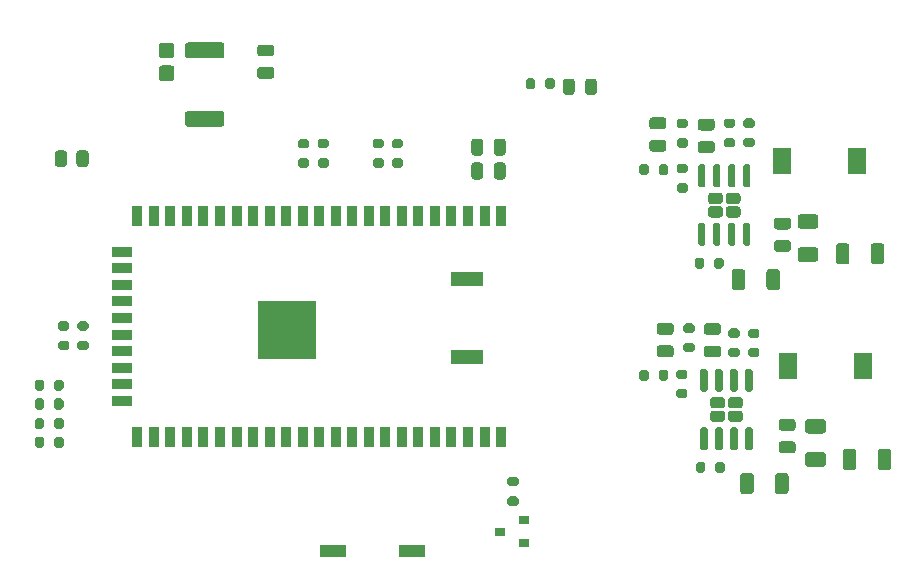
<source format=gbr>
%TF.GenerationSoftware,KiCad,Pcbnew,(5.1.7)-1*%
%TF.CreationDate,2020-11-11T14:22:04+03:00*%
%TF.ProjectId,MT7628_USB_MODEM,4d543736-3238-45f5-9553-425f4d4f4445,rev?*%
%TF.SameCoordinates,Original*%
%TF.FileFunction,Paste,Top*%
%TF.FilePolarity,Positive*%
%FSLAX46Y46*%
G04 Gerber Fmt 4.6, Leading zero omitted, Abs format (unit mm)*
G04 Created by KiCad (PCBNEW (5.1.7)-1) date 2020-11-11 14:22:04*
%MOMM*%
%LPD*%
G01*
G04 APERTURE LIST*
%ADD10R,0.900000X0.800000*%
%ADD11R,0.900000X1.800000*%
%ADD12R,1.800000X0.900000*%
%ADD13R,2.700000X1.200000*%
%ADD14R,5.000000X5.000000*%
%ADD15R,1.500000X2.200000*%
%ADD16R,2.160000X1.120000*%
G04 APERTURE END LIST*
%TO.C,D1*%
G36*
G01*
X146522820Y-68908760D02*
X147292820Y-68908760D01*
G75*
G02*
X147532820Y-69148760I0J-240000D01*
G01*
X147532820Y-69628760D01*
G75*
G02*
X147292820Y-69868760I-240000J0D01*
G01*
X146522820Y-69868760D01*
G75*
G02*
X146282820Y-69628760I0J240000D01*
G01*
X146282820Y-69148760D01*
G75*
G02*
X146522820Y-68908760I240000J0D01*
G01*
G37*
G36*
G01*
X148022820Y-68908760D02*
X148792820Y-68908760D01*
G75*
G02*
X149032820Y-69148760I0J-240000D01*
G01*
X149032820Y-69628760D01*
G75*
G02*
X148792820Y-69868760I-240000J0D01*
G01*
X148022820Y-69868760D01*
G75*
G02*
X147782820Y-69628760I0J240000D01*
G01*
X147782820Y-69148760D01*
G75*
G02*
X148022820Y-68908760I240000J0D01*
G01*
G37*
G36*
G01*
X146522820Y-67768760D02*
X147292820Y-67768760D01*
G75*
G02*
X147532820Y-68008760I0J-240000D01*
G01*
X147532820Y-68488760D01*
G75*
G02*
X147292820Y-68728760I-240000J0D01*
G01*
X146522820Y-68728760D01*
G75*
G02*
X146282820Y-68488760I0J240000D01*
G01*
X146282820Y-68008760D01*
G75*
G02*
X146522820Y-67768760I240000J0D01*
G01*
G37*
G36*
G01*
X148022820Y-67768760D02*
X148792820Y-67768760D01*
G75*
G02*
X149032820Y-68008760I0J-240000D01*
G01*
X149032820Y-68488760D01*
G75*
G02*
X148792820Y-68728760I-240000J0D01*
G01*
X148022820Y-68728760D01*
G75*
G02*
X147782820Y-68488760I0J240000D01*
G01*
X147782820Y-68008760D01*
G75*
G02*
X148022820Y-67768760I240000J0D01*
G01*
G37*
G36*
G01*
X149412820Y-70318760D02*
X149712820Y-70318760D01*
G75*
G02*
X149862820Y-70468760I0J-150000D01*
G01*
X149862820Y-72118760D01*
G75*
G02*
X149712820Y-72268760I-150000J0D01*
G01*
X149412820Y-72268760D01*
G75*
G02*
X149262820Y-72118760I0J150000D01*
G01*
X149262820Y-70468760D01*
G75*
G02*
X149412820Y-70318760I150000J0D01*
G01*
G37*
G36*
G01*
X148142820Y-70318760D02*
X148442820Y-70318760D01*
G75*
G02*
X148592820Y-70468760I0J-150000D01*
G01*
X148592820Y-72118760D01*
G75*
G02*
X148442820Y-72268760I-150000J0D01*
G01*
X148142820Y-72268760D01*
G75*
G02*
X147992820Y-72118760I0J150000D01*
G01*
X147992820Y-70468760D01*
G75*
G02*
X148142820Y-70318760I150000J0D01*
G01*
G37*
G36*
G01*
X146872820Y-70318760D02*
X147172820Y-70318760D01*
G75*
G02*
X147322820Y-70468760I0J-150000D01*
G01*
X147322820Y-72118760D01*
G75*
G02*
X147172820Y-72268760I-150000J0D01*
G01*
X146872820Y-72268760D01*
G75*
G02*
X146722820Y-72118760I0J150000D01*
G01*
X146722820Y-70468760D01*
G75*
G02*
X146872820Y-70318760I150000J0D01*
G01*
G37*
G36*
G01*
X145602820Y-70318760D02*
X145902820Y-70318760D01*
G75*
G02*
X146052820Y-70468760I0J-150000D01*
G01*
X146052820Y-72118760D01*
G75*
G02*
X145902820Y-72268760I-150000J0D01*
G01*
X145602820Y-72268760D01*
G75*
G02*
X145452820Y-72118760I0J150000D01*
G01*
X145452820Y-70468760D01*
G75*
G02*
X145602820Y-70318760I150000J0D01*
G01*
G37*
G36*
G01*
X145602820Y-65368760D02*
X145902820Y-65368760D01*
G75*
G02*
X146052820Y-65518760I0J-150000D01*
G01*
X146052820Y-67168760D01*
G75*
G02*
X145902820Y-67318760I-150000J0D01*
G01*
X145602820Y-67318760D01*
G75*
G02*
X145452820Y-67168760I0J150000D01*
G01*
X145452820Y-65518760D01*
G75*
G02*
X145602820Y-65368760I150000J0D01*
G01*
G37*
G36*
G01*
X146872820Y-65368760D02*
X147172820Y-65368760D01*
G75*
G02*
X147322820Y-65518760I0J-150000D01*
G01*
X147322820Y-67168760D01*
G75*
G02*
X147172820Y-67318760I-150000J0D01*
G01*
X146872820Y-67318760D01*
G75*
G02*
X146722820Y-67168760I0J150000D01*
G01*
X146722820Y-65518760D01*
G75*
G02*
X146872820Y-65368760I150000J0D01*
G01*
G37*
G36*
G01*
X148142820Y-65368760D02*
X148442820Y-65368760D01*
G75*
G02*
X148592820Y-65518760I0J-150000D01*
G01*
X148592820Y-67168760D01*
G75*
G02*
X148442820Y-67318760I-150000J0D01*
G01*
X148142820Y-67318760D01*
G75*
G02*
X147992820Y-67168760I0J150000D01*
G01*
X147992820Y-65518760D01*
G75*
G02*
X148142820Y-65368760I150000J0D01*
G01*
G37*
G36*
G01*
X149412820Y-65368760D02*
X149712820Y-65368760D01*
G75*
G02*
X149862820Y-65518760I0J-150000D01*
G01*
X149862820Y-67168760D01*
G75*
G02*
X149712820Y-67318760I-150000J0D01*
G01*
X149412820Y-67318760D01*
G75*
G02*
X149262820Y-67168760I0J150000D01*
G01*
X149262820Y-65518760D01*
G75*
G02*
X149412820Y-65368760I150000J0D01*
G01*
G37*
%TD*%
%TO.C,D2*%
G36*
G01*
X146339940Y-51606280D02*
X147109940Y-51606280D01*
G75*
G02*
X147349940Y-51846280I0J-240000D01*
G01*
X147349940Y-52326280D01*
G75*
G02*
X147109940Y-52566280I-240000J0D01*
G01*
X146339940Y-52566280D01*
G75*
G02*
X146099940Y-52326280I0J240000D01*
G01*
X146099940Y-51846280D01*
G75*
G02*
X146339940Y-51606280I240000J0D01*
G01*
G37*
G36*
G01*
X147839940Y-51606280D02*
X148609940Y-51606280D01*
G75*
G02*
X148849940Y-51846280I0J-240000D01*
G01*
X148849940Y-52326280D01*
G75*
G02*
X148609940Y-52566280I-240000J0D01*
G01*
X147839940Y-52566280D01*
G75*
G02*
X147599940Y-52326280I0J240000D01*
G01*
X147599940Y-51846280D01*
G75*
G02*
X147839940Y-51606280I240000J0D01*
G01*
G37*
G36*
G01*
X146339940Y-50466280D02*
X147109940Y-50466280D01*
G75*
G02*
X147349940Y-50706280I0J-240000D01*
G01*
X147349940Y-51186280D01*
G75*
G02*
X147109940Y-51426280I-240000J0D01*
G01*
X146339940Y-51426280D01*
G75*
G02*
X146099940Y-51186280I0J240000D01*
G01*
X146099940Y-50706280D01*
G75*
G02*
X146339940Y-50466280I240000J0D01*
G01*
G37*
G36*
G01*
X147839940Y-50466280D02*
X148609940Y-50466280D01*
G75*
G02*
X148849940Y-50706280I0J-240000D01*
G01*
X148849940Y-51186280D01*
G75*
G02*
X148609940Y-51426280I-240000J0D01*
G01*
X147839940Y-51426280D01*
G75*
G02*
X147599940Y-51186280I0J240000D01*
G01*
X147599940Y-50706280D01*
G75*
G02*
X147839940Y-50466280I240000J0D01*
G01*
G37*
G36*
G01*
X149229940Y-53016280D02*
X149529940Y-53016280D01*
G75*
G02*
X149679940Y-53166280I0J-150000D01*
G01*
X149679940Y-54816280D01*
G75*
G02*
X149529940Y-54966280I-150000J0D01*
G01*
X149229940Y-54966280D01*
G75*
G02*
X149079940Y-54816280I0J150000D01*
G01*
X149079940Y-53166280D01*
G75*
G02*
X149229940Y-53016280I150000J0D01*
G01*
G37*
G36*
G01*
X147959940Y-53016280D02*
X148259940Y-53016280D01*
G75*
G02*
X148409940Y-53166280I0J-150000D01*
G01*
X148409940Y-54816280D01*
G75*
G02*
X148259940Y-54966280I-150000J0D01*
G01*
X147959940Y-54966280D01*
G75*
G02*
X147809940Y-54816280I0J150000D01*
G01*
X147809940Y-53166280D01*
G75*
G02*
X147959940Y-53016280I150000J0D01*
G01*
G37*
G36*
G01*
X146689940Y-53016280D02*
X146989940Y-53016280D01*
G75*
G02*
X147139940Y-53166280I0J-150000D01*
G01*
X147139940Y-54816280D01*
G75*
G02*
X146989940Y-54966280I-150000J0D01*
G01*
X146689940Y-54966280D01*
G75*
G02*
X146539940Y-54816280I0J150000D01*
G01*
X146539940Y-53166280D01*
G75*
G02*
X146689940Y-53016280I150000J0D01*
G01*
G37*
G36*
G01*
X145419940Y-53016280D02*
X145719940Y-53016280D01*
G75*
G02*
X145869940Y-53166280I0J-150000D01*
G01*
X145869940Y-54816280D01*
G75*
G02*
X145719940Y-54966280I-150000J0D01*
G01*
X145419940Y-54966280D01*
G75*
G02*
X145269940Y-54816280I0J150000D01*
G01*
X145269940Y-53166280D01*
G75*
G02*
X145419940Y-53016280I150000J0D01*
G01*
G37*
G36*
G01*
X145419940Y-48066280D02*
X145719940Y-48066280D01*
G75*
G02*
X145869940Y-48216280I0J-150000D01*
G01*
X145869940Y-49866280D01*
G75*
G02*
X145719940Y-50016280I-150000J0D01*
G01*
X145419940Y-50016280D01*
G75*
G02*
X145269940Y-49866280I0J150000D01*
G01*
X145269940Y-48216280D01*
G75*
G02*
X145419940Y-48066280I150000J0D01*
G01*
G37*
G36*
G01*
X146689940Y-48066280D02*
X146989940Y-48066280D01*
G75*
G02*
X147139940Y-48216280I0J-150000D01*
G01*
X147139940Y-49866280D01*
G75*
G02*
X146989940Y-50016280I-150000J0D01*
G01*
X146689940Y-50016280D01*
G75*
G02*
X146539940Y-49866280I0J150000D01*
G01*
X146539940Y-48216280D01*
G75*
G02*
X146689940Y-48066280I150000J0D01*
G01*
G37*
G36*
G01*
X147959940Y-48066280D02*
X148259940Y-48066280D01*
G75*
G02*
X148409940Y-48216280I0J-150000D01*
G01*
X148409940Y-49866280D01*
G75*
G02*
X148259940Y-50016280I-150000J0D01*
G01*
X147959940Y-50016280D01*
G75*
G02*
X147809940Y-49866280I0J150000D01*
G01*
X147809940Y-48216280D01*
G75*
G02*
X147959940Y-48066280I150000J0D01*
G01*
G37*
G36*
G01*
X149229940Y-48066280D02*
X149529940Y-48066280D01*
G75*
G02*
X149679940Y-48216280I0J-150000D01*
G01*
X149679940Y-49866280D01*
G75*
G02*
X149529940Y-50016280I-150000J0D01*
G01*
X149229940Y-50016280D01*
G75*
G02*
X149079940Y-49866280I0J150000D01*
G01*
X149079940Y-48216280D01*
G75*
G02*
X149229940Y-48066280I150000J0D01*
G01*
G37*
%TD*%
%TO.C,R25*%
G36*
G01*
X129868340Y-75325420D02*
X129318340Y-75325420D01*
G75*
G02*
X129118340Y-75125420I0J200000D01*
G01*
X129118340Y-74725420D01*
G75*
G02*
X129318340Y-74525420I200000J0D01*
G01*
X129868340Y-74525420D01*
G75*
G02*
X130068340Y-74725420I0J-200000D01*
G01*
X130068340Y-75125420D01*
G75*
G02*
X129868340Y-75325420I-200000J0D01*
G01*
G37*
G36*
G01*
X129868340Y-76975420D02*
X129318340Y-76975420D01*
G75*
G02*
X129118340Y-76775420I0J200000D01*
G01*
X129118340Y-76375420D01*
G75*
G02*
X129318340Y-76175420I200000J0D01*
G01*
X129868340Y-76175420D01*
G75*
G02*
X130068340Y-76375420I0J-200000D01*
G01*
X130068340Y-76775420D01*
G75*
G02*
X129868340Y-76975420I-200000J0D01*
G01*
G37*
%TD*%
D10*
%TO.C,Q1*%
X128484120Y-79151480D03*
X130484120Y-78201480D03*
X130484120Y-80101480D03*
%TD*%
%TO.C,C10*%
G36*
G01*
X158654440Y-72395319D02*
X158654440Y-73695321D01*
G75*
G02*
X158404441Y-73945320I-249999J0D01*
G01*
X157754439Y-73945320D01*
G75*
G02*
X157504440Y-73695321I0J249999D01*
G01*
X157504440Y-72395319D01*
G75*
G02*
X157754439Y-72145320I249999J0D01*
G01*
X158404441Y-72145320D01*
G75*
G02*
X158654440Y-72395319I0J-249999D01*
G01*
G37*
G36*
G01*
X161604440Y-72395319D02*
X161604440Y-73695321D01*
G75*
G02*
X161354441Y-73945320I-249999J0D01*
G01*
X160704439Y-73945320D01*
G75*
G02*
X160454440Y-73695321I0J249999D01*
G01*
X160454440Y-72395319D01*
G75*
G02*
X160704439Y-72145320I249999J0D01*
G01*
X161354441Y-72145320D01*
G75*
G02*
X161604440Y-72395319I0J-249999D01*
G01*
G37*
%TD*%
%TO.C,C9*%
G36*
G01*
X158067700Y-54986159D02*
X158067700Y-56286161D01*
G75*
G02*
X157817701Y-56536160I-249999J0D01*
G01*
X157167699Y-56536160D01*
G75*
G02*
X156917700Y-56286161I0J249999D01*
G01*
X156917700Y-54986159D01*
G75*
G02*
X157167699Y-54736160I249999J0D01*
G01*
X157817701Y-54736160D01*
G75*
G02*
X158067700Y-54986159I0J-249999D01*
G01*
G37*
G36*
G01*
X161017700Y-54986159D02*
X161017700Y-56286161D01*
G75*
G02*
X160767701Y-56536160I-249999J0D01*
G01*
X160117699Y-56536160D01*
G75*
G02*
X159867700Y-56286161I0J249999D01*
G01*
X159867700Y-54986159D01*
G75*
G02*
X160117699Y-54736160I249999J0D01*
G01*
X160767701Y-54736160D01*
G75*
G02*
X161017700Y-54986159I0J-249999D01*
G01*
G37*
%TD*%
%TO.C,C2*%
G36*
G01*
X151763300Y-75740021D02*
X151763300Y-74440019D01*
G75*
G02*
X152013299Y-74190020I249999J0D01*
G01*
X152663301Y-74190020D01*
G75*
G02*
X152913300Y-74440019I0J-249999D01*
G01*
X152913300Y-75740021D01*
G75*
G02*
X152663301Y-75990020I-249999J0D01*
G01*
X152013299Y-75990020D01*
G75*
G02*
X151763300Y-75740021I0J249999D01*
G01*
G37*
G36*
G01*
X148813300Y-75740021D02*
X148813300Y-74440019D01*
G75*
G02*
X149063299Y-74190020I249999J0D01*
G01*
X149713301Y-74190020D01*
G75*
G02*
X149963300Y-74440019I0J-249999D01*
G01*
X149963300Y-75740021D01*
G75*
G02*
X149713301Y-75990020I-249999J0D01*
G01*
X149063299Y-75990020D01*
G75*
G02*
X148813300Y-75740021I0J249999D01*
G01*
G37*
%TD*%
%TO.C,C1*%
G36*
G01*
X151047020Y-58470561D02*
X151047020Y-57170559D01*
G75*
G02*
X151297019Y-56920560I249999J0D01*
G01*
X151947021Y-56920560D01*
G75*
G02*
X152197020Y-57170559I0J-249999D01*
G01*
X152197020Y-58470561D01*
G75*
G02*
X151947021Y-58720560I-249999J0D01*
G01*
X151297019Y-58720560D01*
G75*
G02*
X151047020Y-58470561I0J249999D01*
G01*
G37*
G36*
G01*
X148097020Y-58470561D02*
X148097020Y-57170559D01*
G75*
G02*
X148347019Y-56920560I249999J0D01*
G01*
X148997021Y-56920560D01*
G75*
G02*
X149247020Y-57170559I0J-249999D01*
G01*
X149247020Y-58470561D01*
G75*
G02*
X148997021Y-58720560I-249999J0D01*
G01*
X148347019Y-58720560D01*
G75*
G02*
X148097020Y-58470561I0J249999D01*
G01*
G37*
%TD*%
%TO.C,C6*%
G36*
G01*
X146941560Y-62506480D02*
X145991560Y-62506480D01*
G75*
G02*
X145741560Y-62256480I0J250000D01*
G01*
X145741560Y-61756480D01*
G75*
G02*
X145991560Y-61506480I250000J0D01*
G01*
X146941560Y-61506480D01*
G75*
G02*
X147191560Y-61756480I0J-250000D01*
G01*
X147191560Y-62256480D01*
G75*
G02*
X146941560Y-62506480I-250000J0D01*
G01*
G37*
G36*
G01*
X146941560Y-64406480D02*
X145991560Y-64406480D01*
G75*
G02*
X145741560Y-64156480I0J250000D01*
G01*
X145741560Y-63656480D01*
G75*
G02*
X145991560Y-63406480I250000J0D01*
G01*
X146941560Y-63406480D01*
G75*
G02*
X147191560Y-63656480I0J-250000D01*
G01*
X147191560Y-64156480D01*
G75*
G02*
X146941560Y-64406480I-250000J0D01*
G01*
G37*
%TD*%
%TO.C,R24*%
G36*
G01*
X92619140Y-48029282D02*
X92619140Y-47129278D01*
G75*
G02*
X92869138Y-46879280I249998J0D01*
G01*
X93394142Y-46879280D01*
G75*
G02*
X93644140Y-47129278I0J-249998D01*
G01*
X93644140Y-48029282D01*
G75*
G02*
X93394142Y-48279280I-249998J0D01*
G01*
X92869138Y-48279280D01*
G75*
G02*
X92619140Y-48029282I0J249998D01*
G01*
G37*
G36*
G01*
X90794140Y-48029282D02*
X90794140Y-47129278D01*
G75*
G02*
X91044138Y-46879280I249998J0D01*
G01*
X91569142Y-46879280D01*
G75*
G02*
X91819140Y-47129278I0J-249998D01*
G01*
X91819140Y-48029282D01*
G75*
G02*
X91569142Y-48279280I-249998J0D01*
G01*
X91044138Y-48279280D01*
G75*
G02*
X90794140Y-48029282I0J249998D01*
G01*
G37*
%TD*%
D11*
%TO.C,D5*%
X128573940Y-52471060D03*
X127173940Y-52471060D03*
X125773940Y-52471060D03*
X124373940Y-52471060D03*
X122973940Y-52471060D03*
X121573940Y-52471060D03*
X120173940Y-52471060D03*
X118773940Y-52471060D03*
X117373940Y-52471060D03*
X115973940Y-52471060D03*
X114573940Y-52471060D03*
X113173940Y-52471060D03*
X111773940Y-52471060D03*
X110373940Y-52471060D03*
X108973940Y-52471060D03*
X107573940Y-52471060D03*
X106173940Y-52471060D03*
X104773940Y-52471060D03*
X103373940Y-52471060D03*
X101973940Y-52471060D03*
X100573940Y-52471060D03*
X99173940Y-52471060D03*
X97773940Y-52471060D03*
D12*
X96473940Y-55471060D03*
X96473940Y-56871060D03*
X96473940Y-58271060D03*
X96473940Y-59671060D03*
X96473940Y-61071060D03*
X96473940Y-62471060D03*
X96473940Y-63871060D03*
X96473940Y-65271060D03*
X96473940Y-66671060D03*
X96473940Y-68071060D03*
D11*
X97773940Y-71171060D03*
X99173940Y-71171060D03*
X100573940Y-71171060D03*
X101973940Y-71171060D03*
X103373940Y-71171060D03*
X104773940Y-71171060D03*
X106173940Y-71171060D03*
X107573940Y-71171060D03*
X108973940Y-71171060D03*
X110373940Y-71171060D03*
X111773940Y-71171060D03*
X113173940Y-71171060D03*
X114573940Y-71171060D03*
X115973940Y-71171060D03*
X117373940Y-71171060D03*
X118773940Y-71171060D03*
X120173940Y-71171060D03*
X121573940Y-71171060D03*
X122973940Y-71171060D03*
X124373940Y-71171060D03*
X125773940Y-71171060D03*
X127173940Y-71171060D03*
X128573940Y-71171060D03*
D13*
X125723940Y-64371060D03*
X125723940Y-57771060D03*
D14*
X110473940Y-62071060D03*
%TD*%
%TO.C,D6*%
G36*
G01*
X102054599Y-43539960D02*
X104904601Y-43539960D01*
G75*
G02*
X105154600Y-43789959I0J-249999D01*
G01*
X105154600Y-44639961D01*
G75*
G02*
X104904601Y-44889960I-249999J0D01*
G01*
X102054599Y-44889960D01*
G75*
G02*
X101804600Y-44639961I0J249999D01*
G01*
X101804600Y-43789959D01*
G75*
G02*
X102054599Y-43539960I249999J0D01*
G01*
G37*
G36*
G01*
X102054599Y-37739960D02*
X104904601Y-37739960D01*
G75*
G02*
X105154600Y-37989959I0J-249999D01*
G01*
X105154600Y-38839961D01*
G75*
G02*
X104904601Y-39089960I-249999J0D01*
G01*
X102054599Y-39089960D01*
G75*
G02*
X101804600Y-38839961I0J249999D01*
G01*
X101804600Y-37989959D01*
G75*
G02*
X102054599Y-37739960I249999J0D01*
G01*
G37*
%TD*%
%TO.C,D4*%
G36*
G01*
X154571540Y-69618240D02*
X155821540Y-69618240D01*
G75*
G02*
X156071540Y-69868240I0J-250000D01*
G01*
X156071540Y-70618240D01*
G75*
G02*
X155821540Y-70868240I-250000J0D01*
G01*
X154571540Y-70868240D01*
G75*
G02*
X154321540Y-70618240I0J250000D01*
G01*
X154321540Y-69868240D01*
G75*
G02*
X154571540Y-69618240I250000J0D01*
G01*
G37*
G36*
G01*
X154571540Y-72418240D02*
X155821540Y-72418240D01*
G75*
G02*
X156071540Y-72668240I0J-250000D01*
G01*
X156071540Y-73418240D01*
G75*
G02*
X155821540Y-73668240I-250000J0D01*
G01*
X154571540Y-73668240D01*
G75*
G02*
X154321540Y-73418240I0J250000D01*
G01*
X154321540Y-72668240D01*
G75*
G02*
X154571540Y-72418240I250000J0D01*
G01*
G37*
%TD*%
%TO.C,D3*%
G36*
G01*
X153931460Y-55075120D02*
X155181460Y-55075120D01*
G75*
G02*
X155431460Y-55325120I0J-250000D01*
G01*
X155431460Y-56075120D01*
G75*
G02*
X155181460Y-56325120I-250000J0D01*
G01*
X153931460Y-56325120D01*
G75*
G02*
X153681460Y-56075120I0J250000D01*
G01*
X153681460Y-55325120D01*
G75*
G02*
X153931460Y-55075120I250000J0D01*
G01*
G37*
G36*
G01*
X153931460Y-52275120D02*
X155181460Y-52275120D01*
G75*
G02*
X155431460Y-52525120I0J-250000D01*
G01*
X155431460Y-53275120D01*
G75*
G02*
X155181460Y-53525120I-250000J0D01*
G01*
X153931460Y-53525120D01*
G75*
G02*
X153681460Y-53275120I0J250000D01*
G01*
X153681460Y-52525120D01*
G75*
G02*
X153931460Y-52275120I250000J0D01*
G01*
G37*
%TD*%
D15*
%TO.C,L2*%
X159252520Y-65105280D03*
X152852520Y-65105280D03*
%TD*%
%TO.C,L1*%
X158719120Y-47754540D03*
X152319120Y-47754540D03*
%TD*%
D16*
%TO.C,SW1*%
X114323360Y-80777080D03*
X121053360Y-80777080D03*
%TD*%
%TO.C,R23*%
G36*
G01*
X89889780Y-71312360D02*
X89889780Y-71862360D01*
G75*
G02*
X89689780Y-72062360I-200000J0D01*
G01*
X89289780Y-72062360D01*
G75*
G02*
X89089780Y-71862360I0J200000D01*
G01*
X89089780Y-71312360D01*
G75*
G02*
X89289780Y-71112360I200000J0D01*
G01*
X89689780Y-71112360D01*
G75*
G02*
X89889780Y-71312360I0J-200000D01*
G01*
G37*
G36*
G01*
X91539780Y-71312360D02*
X91539780Y-71862360D01*
G75*
G02*
X91339780Y-72062360I-200000J0D01*
G01*
X90939780Y-72062360D01*
G75*
G02*
X90739780Y-71862360I0J200000D01*
G01*
X90739780Y-71312360D01*
G75*
G02*
X90939780Y-71112360I200000J0D01*
G01*
X91339780Y-71112360D01*
G75*
G02*
X91539780Y-71312360I0J-200000D01*
G01*
G37*
%TD*%
%TO.C,R22*%
G36*
G01*
X89882160Y-69737560D02*
X89882160Y-70287560D01*
G75*
G02*
X89682160Y-70487560I-200000J0D01*
G01*
X89282160Y-70487560D01*
G75*
G02*
X89082160Y-70287560I0J200000D01*
G01*
X89082160Y-69737560D01*
G75*
G02*
X89282160Y-69537560I200000J0D01*
G01*
X89682160Y-69537560D01*
G75*
G02*
X89882160Y-69737560I0J-200000D01*
G01*
G37*
G36*
G01*
X91532160Y-69737560D02*
X91532160Y-70287560D01*
G75*
G02*
X91332160Y-70487560I-200000J0D01*
G01*
X90932160Y-70487560D01*
G75*
G02*
X90732160Y-70287560I0J200000D01*
G01*
X90732160Y-69737560D01*
G75*
G02*
X90932160Y-69537560I200000J0D01*
G01*
X91332160Y-69537560D01*
G75*
G02*
X91532160Y-69737560I0J-200000D01*
G01*
G37*
%TD*%
%TO.C,R19*%
G36*
G01*
X111573900Y-47554200D02*
X112123900Y-47554200D01*
G75*
G02*
X112323900Y-47754200I0J-200000D01*
G01*
X112323900Y-48154200D01*
G75*
G02*
X112123900Y-48354200I-200000J0D01*
G01*
X111573900Y-48354200D01*
G75*
G02*
X111373900Y-48154200I0J200000D01*
G01*
X111373900Y-47754200D01*
G75*
G02*
X111573900Y-47554200I200000J0D01*
G01*
G37*
G36*
G01*
X111573900Y-45904200D02*
X112123900Y-45904200D01*
G75*
G02*
X112323900Y-46104200I0J-200000D01*
G01*
X112323900Y-46504200D01*
G75*
G02*
X112123900Y-46704200I-200000J0D01*
G01*
X111573900Y-46704200D01*
G75*
G02*
X111373900Y-46504200I0J200000D01*
G01*
X111373900Y-46104200D01*
G75*
G02*
X111573900Y-45904200I200000J0D01*
G01*
G37*
%TD*%
%TO.C,R17*%
G36*
G01*
X131464500Y-40949200D02*
X131464500Y-41499200D01*
G75*
G02*
X131264500Y-41699200I-200000J0D01*
G01*
X130864500Y-41699200D01*
G75*
G02*
X130664500Y-41499200I0J200000D01*
G01*
X130664500Y-40949200D01*
G75*
G02*
X130864500Y-40749200I200000J0D01*
G01*
X131264500Y-40749200D01*
G75*
G02*
X131464500Y-40949200I0J-200000D01*
G01*
G37*
G36*
G01*
X133114500Y-40949200D02*
X133114500Y-41499200D01*
G75*
G02*
X132914500Y-41699200I-200000J0D01*
G01*
X132514500Y-41699200D01*
G75*
G02*
X132314500Y-41499200I0J200000D01*
G01*
X132314500Y-40949200D01*
G75*
G02*
X132514500Y-40749200I200000J0D01*
G01*
X132914500Y-40749200D01*
G75*
G02*
X133114500Y-40949200I0J-200000D01*
G01*
G37*
%TD*%
%TO.C,R11*%
G36*
G01*
X141930440Y-48789000D02*
X141930440Y-48239000D01*
G75*
G02*
X142130440Y-48039000I200000J0D01*
G01*
X142530440Y-48039000D01*
G75*
G02*
X142730440Y-48239000I0J-200000D01*
G01*
X142730440Y-48789000D01*
G75*
G02*
X142530440Y-48989000I-200000J0D01*
G01*
X142130440Y-48989000D01*
G75*
G02*
X141930440Y-48789000I0J200000D01*
G01*
G37*
G36*
G01*
X140280440Y-48789000D02*
X140280440Y-48239000D01*
G75*
G02*
X140480440Y-48039000I200000J0D01*
G01*
X140880440Y-48039000D01*
G75*
G02*
X141080440Y-48239000I0J-200000D01*
G01*
X141080440Y-48789000D01*
G75*
G02*
X140880440Y-48989000I-200000J0D01*
G01*
X140480440Y-48989000D01*
G75*
G02*
X140280440Y-48789000I0J200000D01*
G01*
G37*
%TD*%
%TO.C,R10*%
G36*
G01*
X143603300Y-67081720D02*
X144153300Y-67081720D01*
G75*
G02*
X144353300Y-67281720I0J-200000D01*
G01*
X144353300Y-67681720D01*
G75*
G02*
X144153300Y-67881720I-200000J0D01*
G01*
X143603300Y-67881720D01*
G75*
G02*
X143403300Y-67681720I0J200000D01*
G01*
X143403300Y-67281720D01*
G75*
G02*
X143603300Y-67081720I200000J0D01*
G01*
G37*
G36*
G01*
X143603300Y-65431720D02*
X144153300Y-65431720D01*
G75*
G02*
X144353300Y-65631720I0J-200000D01*
G01*
X144353300Y-66031720D01*
G75*
G02*
X144153300Y-66231720I-200000J0D01*
G01*
X143603300Y-66231720D01*
G75*
G02*
X143403300Y-66031720I0J200000D01*
G01*
X143403300Y-65631720D01*
G75*
G02*
X143603300Y-65431720I200000J0D01*
G01*
G37*
%TD*%
%TO.C,R9*%
G36*
G01*
X143636320Y-49667480D02*
X144186320Y-49667480D01*
G75*
G02*
X144386320Y-49867480I0J-200000D01*
G01*
X144386320Y-50267480D01*
G75*
G02*
X144186320Y-50467480I-200000J0D01*
G01*
X143636320Y-50467480D01*
G75*
G02*
X143436320Y-50267480I0J200000D01*
G01*
X143436320Y-49867480D01*
G75*
G02*
X143636320Y-49667480I200000J0D01*
G01*
G37*
G36*
G01*
X143636320Y-48017480D02*
X144186320Y-48017480D01*
G75*
G02*
X144386320Y-48217480I0J-200000D01*
G01*
X144386320Y-48617480D01*
G75*
G02*
X144186320Y-48817480I-200000J0D01*
G01*
X143636320Y-48817480D01*
G75*
G02*
X143436320Y-48617480I0J200000D01*
G01*
X143436320Y-48217480D01*
G75*
G02*
X143636320Y-48017480I200000J0D01*
G01*
G37*
%TD*%
%TO.C,R5*%
G36*
G01*
X148577980Y-62749380D02*
X148027980Y-62749380D01*
G75*
G02*
X147827980Y-62549380I0J200000D01*
G01*
X147827980Y-62149380D01*
G75*
G02*
X148027980Y-61949380I200000J0D01*
G01*
X148577980Y-61949380D01*
G75*
G02*
X148777980Y-62149380I0J-200000D01*
G01*
X148777980Y-62549380D01*
G75*
G02*
X148577980Y-62749380I-200000J0D01*
G01*
G37*
G36*
G01*
X148577980Y-64399380D02*
X148027980Y-64399380D01*
G75*
G02*
X147827980Y-64199380I0J200000D01*
G01*
X147827980Y-63799380D01*
G75*
G02*
X148027980Y-63599380I200000J0D01*
G01*
X148577980Y-63599380D01*
G75*
G02*
X148777980Y-63799380I0J-200000D01*
G01*
X148777980Y-64199380D01*
G75*
G02*
X148577980Y-64399380I-200000J0D01*
G01*
G37*
%TD*%
%TO.C,F1*%
G36*
G01*
X100658881Y-39090320D02*
X99858879Y-39090320D01*
G75*
G02*
X99608880Y-38840321I0J249999D01*
G01*
X99608880Y-38015319D01*
G75*
G02*
X99858879Y-37765320I249999J0D01*
G01*
X100658881Y-37765320D01*
G75*
G02*
X100908880Y-38015319I0J-249999D01*
G01*
X100908880Y-38840321D01*
G75*
G02*
X100658881Y-39090320I-249999J0D01*
G01*
G37*
G36*
G01*
X100658881Y-41015320D02*
X99858879Y-41015320D01*
G75*
G02*
X99608880Y-40765321I0J249999D01*
G01*
X99608880Y-39940319D01*
G75*
G02*
X99858879Y-39690320I249999J0D01*
G01*
X100658881Y-39690320D01*
G75*
G02*
X100908880Y-39940319I0J-249999D01*
G01*
X100908880Y-40765321D01*
G75*
G02*
X100658881Y-41015320I-249999J0D01*
G01*
G37*
%TD*%
%TO.C,D7*%
G36*
G01*
X135697140Y-41949690D02*
X135697140Y-41037190D01*
G75*
G02*
X135940890Y-40793440I243750J0D01*
G01*
X136428390Y-40793440D01*
G75*
G02*
X136672140Y-41037190I0J-243750D01*
G01*
X136672140Y-41949690D01*
G75*
G02*
X136428390Y-42193440I-243750J0D01*
G01*
X135940890Y-42193440D01*
G75*
G02*
X135697140Y-41949690I0J243750D01*
G01*
G37*
G36*
G01*
X133822140Y-41949690D02*
X133822140Y-41037190D01*
G75*
G02*
X134065890Y-40793440I243750J0D01*
G01*
X134553390Y-40793440D01*
G75*
G02*
X134797140Y-41037190I0J-243750D01*
G01*
X134797140Y-41949690D01*
G75*
G02*
X134553390Y-42193440I-243750J0D01*
G01*
X134065890Y-42193440D01*
G75*
G02*
X133822140Y-41949690I0J243750D01*
G01*
G37*
%TD*%
%TO.C,C12*%
G36*
G01*
X108176040Y-39814960D02*
X109126040Y-39814960D01*
G75*
G02*
X109376040Y-40064960I0J-250000D01*
G01*
X109376040Y-40564960D01*
G75*
G02*
X109126040Y-40814960I-250000J0D01*
G01*
X108176040Y-40814960D01*
G75*
G02*
X107926040Y-40564960I0J250000D01*
G01*
X107926040Y-40064960D01*
G75*
G02*
X108176040Y-39814960I250000J0D01*
G01*
G37*
G36*
G01*
X108176040Y-37914960D02*
X109126040Y-37914960D01*
G75*
G02*
X109376040Y-38164960I0J-250000D01*
G01*
X109376040Y-38664960D01*
G75*
G02*
X109126040Y-38914960I-250000J0D01*
G01*
X108176040Y-38914960D01*
G75*
G02*
X107926040Y-38664960I0J250000D01*
G01*
X107926040Y-38164960D01*
G75*
G02*
X108176040Y-37914960I250000J0D01*
G01*
G37*
%TD*%
%TO.C,C16*%
G36*
G01*
X127958000Y-49098220D02*
X127958000Y-48148220D01*
G75*
G02*
X128208000Y-47898220I250000J0D01*
G01*
X128708000Y-47898220D01*
G75*
G02*
X128958000Y-48148220I0J-250000D01*
G01*
X128958000Y-49098220D01*
G75*
G02*
X128708000Y-49348220I-250000J0D01*
G01*
X128208000Y-49348220D01*
G75*
G02*
X127958000Y-49098220I0J250000D01*
G01*
G37*
G36*
G01*
X126058000Y-49098220D02*
X126058000Y-48148220D01*
G75*
G02*
X126308000Y-47898220I250000J0D01*
G01*
X126808000Y-47898220D01*
G75*
G02*
X127058000Y-48148220I0J-250000D01*
G01*
X127058000Y-49098220D01*
G75*
G02*
X126808000Y-49348220I-250000J0D01*
G01*
X126308000Y-49348220D01*
G75*
G02*
X126058000Y-49098220I0J250000D01*
G01*
G37*
%TD*%
%TO.C,R21*%
G36*
G01*
X113240140Y-47554200D02*
X113790140Y-47554200D01*
G75*
G02*
X113990140Y-47754200I0J-200000D01*
G01*
X113990140Y-48154200D01*
G75*
G02*
X113790140Y-48354200I-200000J0D01*
G01*
X113240140Y-48354200D01*
G75*
G02*
X113040140Y-48154200I0J200000D01*
G01*
X113040140Y-47754200D01*
G75*
G02*
X113240140Y-47554200I200000J0D01*
G01*
G37*
G36*
G01*
X113240140Y-45904200D02*
X113790140Y-45904200D01*
G75*
G02*
X113990140Y-46104200I0J-200000D01*
G01*
X113990140Y-46504200D01*
G75*
G02*
X113790140Y-46704200I-200000J0D01*
G01*
X113240140Y-46704200D01*
G75*
G02*
X113040140Y-46504200I0J200000D01*
G01*
X113040140Y-46104200D01*
G75*
G02*
X113240140Y-45904200I200000J0D01*
G01*
G37*
%TD*%
%TO.C,R20*%
G36*
G01*
X119519020Y-47554200D02*
X120069020Y-47554200D01*
G75*
G02*
X120269020Y-47754200I0J-200000D01*
G01*
X120269020Y-48154200D01*
G75*
G02*
X120069020Y-48354200I-200000J0D01*
G01*
X119519020Y-48354200D01*
G75*
G02*
X119319020Y-48154200I0J200000D01*
G01*
X119319020Y-47754200D01*
G75*
G02*
X119519020Y-47554200I200000J0D01*
G01*
G37*
G36*
G01*
X119519020Y-45904200D02*
X120069020Y-45904200D01*
G75*
G02*
X120269020Y-46104200I0J-200000D01*
G01*
X120269020Y-46504200D01*
G75*
G02*
X120069020Y-46704200I-200000J0D01*
G01*
X119519020Y-46704200D01*
G75*
G02*
X119319020Y-46504200I0J200000D01*
G01*
X119319020Y-46104200D01*
G75*
G02*
X119519020Y-45904200I200000J0D01*
G01*
G37*
%TD*%
%TO.C,R18*%
G36*
G01*
X117903580Y-47554200D02*
X118453580Y-47554200D01*
G75*
G02*
X118653580Y-47754200I0J-200000D01*
G01*
X118653580Y-48154200D01*
G75*
G02*
X118453580Y-48354200I-200000J0D01*
G01*
X117903580Y-48354200D01*
G75*
G02*
X117703580Y-48154200I0J200000D01*
G01*
X117703580Y-47754200D01*
G75*
G02*
X117903580Y-47554200I200000J0D01*
G01*
G37*
G36*
G01*
X117903580Y-45904200D02*
X118453580Y-45904200D01*
G75*
G02*
X118653580Y-46104200I0J-200000D01*
G01*
X118653580Y-46504200D01*
G75*
G02*
X118453580Y-46704200I-200000J0D01*
G01*
X117903580Y-46704200D01*
G75*
G02*
X117703580Y-46504200I0J200000D01*
G01*
X117703580Y-46104200D01*
G75*
G02*
X117903580Y-45904200I200000J0D01*
G01*
G37*
%TD*%
%TO.C,R16*%
G36*
G01*
X91831840Y-62147400D02*
X91281840Y-62147400D01*
G75*
G02*
X91081840Y-61947400I0J200000D01*
G01*
X91081840Y-61547400D01*
G75*
G02*
X91281840Y-61347400I200000J0D01*
G01*
X91831840Y-61347400D01*
G75*
G02*
X92031840Y-61547400I0J-200000D01*
G01*
X92031840Y-61947400D01*
G75*
G02*
X91831840Y-62147400I-200000J0D01*
G01*
G37*
G36*
G01*
X91831840Y-63797400D02*
X91281840Y-63797400D01*
G75*
G02*
X91081840Y-63597400I0J200000D01*
G01*
X91081840Y-63197400D01*
G75*
G02*
X91281840Y-62997400I200000J0D01*
G01*
X91831840Y-62997400D01*
G75*
G02*
X92031840Y-63197400I0J-200000D01*
G01*
X92031840Y-63597400D01*
G75*
G02*
X91831840Y-63797400I-200000J0D01*
G01*
G37*
%TD*%
%TO.C,R15*%
G36*
G01*
X93452360Y-62147400D02*
X92902360Y-62147400D01*
G75*
G02*
X92702360Y-61947400I0J200000D01*
G01*
X92702360Y-61547400D01*
G75*
G02*
X92902360Y-61347400I200000J0D01*
G01*
X93452360Y-61347400D01*
G75*
G02*
X93652360Y-61547400I0J-200000D01*
G01*
X93652360Y-61947400D01*
G75*
G02*
X93452360Y-62147400I-200000J0D01*
G01*
G37*
G36*
G01*
X93452360Y-63797400D02*
X92902360Y-63797400D01*
G75*
G02*
X92702360Y-63597400I0J200000D01*
G01*
X92702360Y-63197400D01*
G75*
G02*
X92902360Y-62997400I200000J0D01*
G01*
X93452360Y-62997400D01*
G75*
G02*
X93652360Y-63197400I0J-200000D01*
G01*
X93652360Y-63597400D01*
G75*
G02*
X93452360Y-63797400I-200000J0D01*
G01*
G37*
%TD*%
%TO.C,R14*%
G36*
G01*
X89882160Y-66481280D02*
X89882160Y-67031280D01*
G75*
G02*
X89682160Y-67231280I-200000J0D01*
G01*
X89282160Y-67231280D01*
G75*
G02*
X89082160Y-67031280I0J200000D01*
G01*
X89082160Y-66481280D01*
G75*
G02*
X89282160Y-66281280I200000J0D01*
G01*
X89682160Y-66281280D01*
G75*
G02*
X89882160Y-66481280I0J-200000D01*
G01*
G37*
G36*
G01*
X91532160Y-66481280D02*
X91532160Y-67031280D01*
G75*
G02*
X91332160Y-67231280I-200000J0D01*
G01*
X90932160Y-67231280D01*
G75*
G02*
X90732160Y-67031280I0J200000D01*
G01*
X90732160Y-66481280D01*
G75*
G02*
X90932160Y-66281280I200000J0D01*
G01*
X91332160Y-66281280D01*
G75*
G02*
X91532160Y-66481280I0J-200000D01*
G01*
G37*
%TD*%
%TO.C,R13*%
G36*
G01*
X90732160Y-68634020D02*
X90732160Y-68084020D01*
G75*
G02*
X90932160Y-67884020I200000J0D01*
G01*
X91332160Y-67884020D01*
G75*
G02*
X91532160Y-68084020I0J-200000D01*
G01*
X91532160Y-68634020D01*
G75*
G02*
X91332160Y-68834020I-200000J0D01*
G01*
X90932160Y-68834020D01*
G75*
G02*
X90732160Y-68634020I0J200000D01*
G01*
G37*
G36*
G01*
X89082160Y-68634020D02*
X89082160Y-68084020D01*
G75*
G02*
X89282160Y-67884020I200000J0D01*
G01*
X89682160Y-67884020D01*
G75*
G02*
X89882160Y-68084020I0J-200000D01*
G01*
X89882160Y-68634020D01*
G75*
G02*
X89682160Y-68834020I-200000J0D01*
G01*
X89282160Y-68834020D01*
G75*
G02*
X89082160Y-68634020I0J200000D01*
G01*
G37*
%TD*%
%TO.C,R12*%
G36*
G01*
X141927900Y-66193080D02*
X141927900Y-65643080D01*
G75*
G02*
X142127900Y-65443080I200000J0D01*
G01*
X142527900Y-65443080D01*
G75*
G02*
X142727900Y-65643080I0J-200000D01*
G01*
X142727900Y-66193080D01*
G75*
G02*
X142527900Y-66393080I-200000J0D01*
G01*
X142127900Y-66393080D01*
G75*
G02*
X141927900Y-66193080I0J200000D01*
G01*
G37*
G36*
G01*
X140277900Y-66193080D02*
X140277900Y-65643080D01*
G75*
G02*
X140477900Y-65443080I200000J0D01*
G01*
X140877900Y-65443080D01*
G75*
G02*
X141077900Y-65643080I0J-200000D01*
G01*
X141077900Y-66193080D01*
G75*
G02*
X140877900Y-66393080I-200000J0D01*
G01*
X140477900Y-66393080D01*
G75*
G02*
X140277900Y-66193080I0J200000D01*
G01*
G37*
%TD*%
%TO.C,R8*%
G36*
G01*
X144767980Y-62331280D02*
X144217980Y-62331280D01*
G75*
G02*
X144017980Y-62131280I0J200000D01*
G01*
X144017980Y-61731280D01*
G75*
G02*
X144217980Y-61531280I200000J0D01*
G01*
X144767980Y-61531280D01*
G75*
G02*
X144967980Y-61731280I0J-200000D01*
G01*
X144967980Y-62131280D01*
G75*
G02*
X144767980Y-62331280I-200000J0D01*
G01*
G37*
G36*
G01*
X144767980Y-63981280D02*
X144217980Y-63981280D01*
G75*
G02*
X144017980Y-63781280I0J200000D01*
G01*
X144017980Y-63381280D01*
G75*
G02*
X144217980Y-63181280I200000J0D01*
G01*
X144767980Y-63181280D01*
G75*
G02*
X144967980Y-63381280I0J-200000D01*
G01*
X144967980Y-63781280D01*
G75*
G02*
X144767980Y-63981280I-200000J0D01*
G01*
G37*
%TD*%
%TO.C,R7*%
G36*
G01*
X144183415Y-45001380D02*
X143633415Y-45001380D01*
G75*
G02*
X143433415Y-44801380I0J200000D01*
G01*
X143433415Y-44401380D01*
G75*
G02*
X143633415Y-44201380I200000J0D01*
G01*
X144183415Y-44201380D01*
G75*
G02*
X144383415Y-44401380I0J-200000D01*
G01*
X144383415Y-44801380D01*
G75*
G02*
X144183415Y-45001380I-200000J0D01*
G01*
G37*
G36*
G01*
X144183415Y-46651380D02*
X143633415Y-46651380D01*
G75*
G02*
X143433415Y-46451380I0J200000D01*
G01*
X143433415Y-46051380D01*
G75*
G02*
X143633415Y-45851380I200000J0D01*
G01*
X144183415Y-45851380D01*
G75*
G02*
X144383415Y-46051380I0J-200000D01*
G01*
X144383415Y-46451380D01*
G75*
G02*
X144183415Y-46651380I-200000J0D01*
G01*
G37*
%TD*%
%TO.C,R6*%
G36*
G01*
X145874420Y-73438340D02*
X145874420Y-73988340D01*
G75*
G02*
X145674420Y-74188340I-200000J0D01*
G01*
X145274420Y-74188340D01*
G75*
G02*
X145074420Y-73988340I0J200000D01*
G01*
X145074420Y-73438340D01*
G75*
G02*
X145274420Y-73238340I200000J0D01*
G01*
X145674420Y-73238340D01*
G75*
G02*
X145874420Y-73438340I0J-200000D01*
G01*
G37*
G36*
G01*
X147524420Y-73438340D02*
X147524420Y-73988340D01*
G75*
G02*
X147324420Y-74188340I-200000J0D01*
G01*
X146924420Y-74188340D01*
G75*
G02*
X146724420Y-73988340I0J200000D01*
G01*
X146724420Y-73438340D01*
G75*
G02*
X146924420Y-73238340I200000J0D01*
G01*
X147324420Y-73238340D01*
G75*
G02*
X147524420Y-73438340I0J-200000D01*
G01*
G37*
%TD*%
%TO.C,R4*%
G36*
G01*
X149704380Y-63612580D02*
X150254380Y-63612580D01*
G75*
G02*
X150454380Y-63812580I0J-200000D01*
G01*
X150454380Y-64212580D01*
G75*
G02*
X150254380Y-64412580I-200000J0D01*
G01*
X149704380Y-64412580D01*
G75*
G02*
X149504380Y-64212580I0J200000D01*
G01*
X149504380Y-63812580D01*
G75*
G02*
X149704380Y-63612580I200000J0D01*
G01*
G37*
G36*
G01*
X149704380Y-61962580D02*
X150254380Y-61962580D01*
G75*
G02*
X150454380Y-62162580I0J-200000D01*
G01*
X150454380Y-62562580D01*
G75*
G02*
X150254380Y-62762580I-200000J0D01*
G01*
X149704380Y-62762580D01*
G75*
G02*
X149504380Y-62562580I0J200000D01*
G01*
X149504380Y-62162580D01*
G75*
G02*
X149704380Y-61962580I200000J0D01*
G01*
G37*
%TD*%
%TO.C,R3*%
G36*
G01*
X145757580Y-56156180D02*
X145757580Y-56706180D01*
G75*
G02*
X145557580Y-56906180I-200000J0D01*
G01*
X145157580Y-56906180D01*
G75*
G02*
X144957580Y-56706180I0J200000D01*
G01*
X144957580Y-56156180D01*
G75*
G02*
X145157580Y-55956180I200000J0D01*
G01*
X145557580Y-55956180D01*
G75*
G02*
X145757580Y-56156180I0J-200000D01*
G01*
G37*
G36*
G01*
X147407580Y-56156180D02*
X147407580Y-56706180D01*
G75*
G02*
X147207580Y-56906180I-200000J0D01*
G01*
X146807580Y-56906180D01*
G75*
G02*
X146607580Y-56706180I0J200000D01*
G01*
X146607580Y-56156180D01*
G75*
G02*
X146807580Y-55956180I200000J0D01*
G01*
X147207580Y-55956180D01*
G75*
G02*
X147407580Y-56156180I0J-200000D01*
G01*
G37*
%TD*%
%TO.C,R2*%
G36*
G01*
X148181740Y-44982080D02*
X147631740Y-44982080D01*
G75*
G02*
X147431740Y-44782080I0J200000D01*
G01*
X147431740Y-44382080D01*
G75*
G02*
X147631740Y-44182080I200000J0D01*
G01*
X148181740Y-44182080D01*
G75*
G02*
X148381740Y-44382080I0J-200000D01*
G01*
X148381740Y-44782080D01*
G75*
G02*
X148181740Y-44982080I-200000J0D01*
G01*
G37*
G36*
G01*
X148181740Y-46632080D02*
X147631740Y-46632080D01*
G75*
G02*
X147431740Y-46432080I0J200000D01*
G01*
X147431740Y-46032080D01*
G75*
G02*
X147631740Y-45832080I200000J0D01*
G01*
X148181740Y-45832080D01*
G75*
G02*
X148381740Y-46032080I0J-200000D01*
G01*
X148381740Y-46432080D01*
G75*
G02*
X148181740Y-46632080I-200000J0D01*
G01*
G37*
%TD*%
%TO.C,R1*%
G36*
G01*
X149285280Y-45821920D02*
X149835280Y-45821920D01*
G75*
G02*
X150035280Y-46021920I0J-200000D01*
G01*
X150035280Y-46421920D01*
G75*
G02*
X149835280Y-46621920I-200000J0D01*
G01*
X149285280Y-46621920D01*
G75*
G02*
X149085280Y-46421920I0J200000D01*
G01*
X149085280Y-46021920D01*
G75*
G02*
X149285280Y-45821920I200000J0D01*
G01*
G37*
G36*
G01*
X149285280Y-44171920D02*
X149835280Y-44171920D01*
G75*
G02*
X150035280Y-44371920I0J-200000D01*
G01*
X150035280Y-44771920D01*
G75*
G02*
X149835280Y-44971920I-200000J0D01*
G01*
X149285280Y-44971920D01*
G75*
G02*
X149085280Y-44771920I0J200000D01*
G01*
X149085280Y-44371920D01*
G75*
G02*
X149285280Y-44171920I200000J0D01*
G01*
G37*
%TD*%
%TO.C,C15*%
G36*
G01*
X127963080Y-47076380D02*
X127963080Y-46126380D01*
G75*
G02*
X128213080Y-45876380I250000J0D01*
G01*
X128713080Y-45876380D01*
G75*
G02*
X128963080Y-46126380I0J-250000D01*
G01*
X128963080Y-47076380D01*
G75*
G02*
X128713080Y-47326380I-250000J0D01*
G01*
X128213080Y-47326380D01*
G75*
G02*
X127963080Y-47076380I0J250000D01*
G01*
G37*
G36*
G01*
X126063080Y-47076380D02*
X126063080Y-46126380D01*
G75*
G02*
X126313080Y-45876380I250000J0D01*
G01*
X126813080Y-45876380D01*
G75*
G02*
X127063080Y-46126380I0J-250000D01*
G01*
X127063080Y-47076380D01*
G75*
G02*
X126813080Y-47326380I-250000J0D01*
G01*
X126313080Y-47326380D01*
G75*
G02*
X126063080Y-47076380I0J250000D01*
G01*
G37*
%TD*%
%TO.C,C8*%
G36*
G01*
X142946140Y-62491240D02*
X141996140Y-62491240D01*
G75*
G02*
X141746140Y-62241240I0J250000D01*
G01*
X141746140Y-61741240D01*
G75*
G02*
X141996140Y-61491240I250000J0D01*
G01*
X142946140Y-61491240D01*
G75*
G02*
X143196140Y-61741240I0J-250000D01*
G01*
X143196140Y-62241240D01*
G75*
G02*
X142946140Y-62491240I-250000J0D01*
G01*
G37*
G36*
G01*
X142946140Y-64391240D02*
X141996140Y-64391240D01*
G75*
G02*
X141746140Y-64141240I0J250000D01*
G01*
X141746140Y-63641240D01*
G75*
G02*
X141996140Y-63391240I250000J0D01*
G01*
X142946140Y-63391240D01*
G75*
G02*
X143196140Y-63641240I0J-250000D01*
G01*
X143196140Y-64141240D01*
G75*
G02*
X142946140Y-64391240I-250000J0D01*
G01*
G37*
%TD*%
%TO.C,C7*%
G36*
G01*
X142328920Y-45089660D02*
X141378920Y-45089660D01*
G75*
G02*
X141128920Y-44839660I0J250000D01*
G01*
X141128920Y-44339660D01*
G75*
G02*
X141378920Y-44089660I250000J0D01*
G01*
X142328920Y-44089660D01*
G75*
G02*
X142578920Y-44339660I0J-250000D01*
G01*
X142578920Y-44839660D01*
G75*
G02*
X142328920Y-45089660I-250000J0D01*
G01*
G37*
G36*
G01*
X142328920Y-46989660D02*
X141378920Y-46989660D01*
G75*
G02*
X141128920Y-46739660I0J250000D01*
G01*
X141128920Y-46239660D01*
G75*
G02*
X141378920Y-45989660I250000J0D01*
G01*
X142328920Y-45989660D01*
G75*
G02*
X142578920Y-46239660I0J-250000D01*
G01*
X142578920Y-46739660D01*
G75*
G02*
X142328920Y-46989660I-250000J0D01*
G01*
G37*
%TD*%
%TO.C,C5*%
G36*
G01*
X146420130Y-45196380D02*
X145470130Y-45196380D01*
G75*
G02*
X145220130Y-44946380I0J250000D01*
G01*
X145220130Y-44446380D01*
G75*
G02*
X145470130Y-44196380I250000J0D01*
G01*
X146420130Y-44196380D01*
G75*
G02*
X146670130Y-44446380I0J-250000D01*
G01*
X146670130Y-44946380D01*
G75*
G02*
X146420130Y-45196380I-250000J0D01*
G01*
G37*
G36*
G01*
X146420130Y-47096380D02*
X145470130Y-47096380D01*
G75*
G02*
X145220130Y-46846380I0J250000D01*
G01*
X145220130Y-46346380D01*
G75*
G02*
X145470130Y-46096380I250000J0D01*
G01*
X146420130Y-46096380D01*
G75*
G02*
X146670130Y-46346380I0J-250000D01*
G01*
X146670130Y-46846380D01*
G75*
G02*
X146420130Y-47096380I-250000J0D01*
G01*
G37*
%TD*%
%TO.C,C4*%
G36*
G01*
X152318700Y-71524320D02*
X153268700Y-71524320D01*
G75*
G02*
X153518700Y-71774320I0J-250000D01*
G01*
X153518700Y-72274320D01*
G75*
G02*
X153268700Y-72524320I-250000J0D01*
G01*
X152318700Y-72524320D01*
G75*
G02*
X152068700Y-72274320I0J250000D01*
G01*
X152068700Y-71774320D01*
G75*
G02*
X152318700Y-71524320I250000J0D01*
G01*
G37*
G36*
G01*
X152318700Y-69624320D02*
X153268700Y-69624320D01*
G75*
G02*
X153518700Y-69874320I0J-250000D01*
G01*
X153518700Y-70374320D01*
G75*
G02*
X153268700Y-70624320I-250000J0D01*
G01*
X152318700Y-70624320D01*
G75*
G02*
X152068700Y-70374320I0J250000D01*
G01*
X152068700Y-69874320D01*
G75*
G02*
X152318700Y-69624320I250000J0D01*
G01*
G37*
%TD*%
%TO.C,C3*%
G36*
G01*
X151925000Y-54478340D02*
X152875000Y-54478340D01*
G75*
G02*
X153125000Y-54728340I0J-250000D01*
G01*
X153125000Y-55228340D01*
G75*
G02*
X152875000Y-55478340I-250000J0D01*
G01*
X151925000Y-55478340D01*
G75*
G02*
X151675000Y-55228340I0J250000D01*
G01*
X151675000Y-54728340D01*
G75*
G02*
X151925000Y-54478340I250000J0D01*
G01*
G37*
G36*
G01*
X151925000Y-52578340D02*
X152875000Y-52578340D01*
G75*
G02*
X153125000Y-52828340I0J-250000D01*
G01*
X153125000Y-53328340D01*
G75*
G02*
X152875000Y-53578340I-250000J0D01*
G01*
X151925000Y-53578340D01*
G75*
G02*
X151675000Y-53328340I0J250000D01*
G01*
X151675000Y-52828340D01*
G75*
G02*
X151925000Y-52578340I250000J0D01*
G01*
G37*
%TD*%
M02*

</source>
